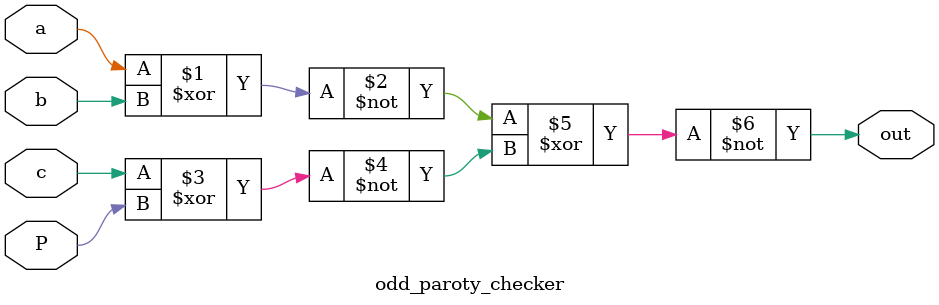
<source format=v>
`timescale 1ns / 1ps
module odd_paroty_checker (input a,b,c,P, output out);
  assign out=~((~(a^b))^(~(c^P)));
endmodule

</source>
